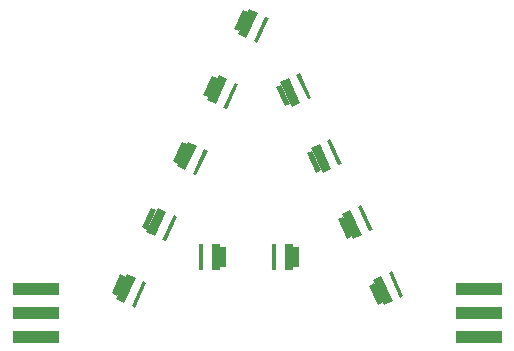
<source format=gts>
G04 #@! TF.FileFunction,Soldermask,Top*
%FSLAX46Y46*%
G04 Gerber Fmt 4.6, Leading zero omitted, Abs format (unit mm)*
G04 Created by KiCad (PCBNEW 4.0.0-rc2-stable) date 3/3/2016 3:07:13 PM*
%MOMM*%
G01*
G04 APERTURE LIST*
%ADD10C,0.150000*%
%ADD11R,0.500000X1.800000*%
%ADD12R,0.320000X2.300000*%
%ADD13R,0.800000X2.300000*%
%ADD14R,4.000000X1.000000*%
%ADD15C,0.600000*%
G04 APERTURE END LIST*
D10*
G36*
X65776097Y-24123475D02*
X66531023Y-22489435D01*
X66984923Y-22699137D01*
X66229997Y-24333177D01*
X65776097Y-24123475D01*
X65776097Y-24123475D01*
G37*
G36*
X67477769Y-25185038D02*
X68442395Y-23097097D01*
X68732891Y-23231306D01*
X67768265Y-25319247D01*
X67477769Y-25185038D01*
X67477769Y-25185038D01*
G37*
G36*
X66125147Y-24560127D02*
X67089773Y-22472187D01*
X67816013Y-22807709D01*
X66851387Y-24895649D01*
X66125147Y-24560127D01*
X66125147Y-24560127D01*
G37*
G36*
X63189047Y-29723164D02*
X63943973Y-28089124D01*
X64397873Y-28298826D01*
X63642947Y-29932866D01*
X63189047Y-29723164D01*
X63189047Y-29723164D01*
G37*
G36*
X64890719Y-30784727D02*
X65855345Y-28696786D01*
X66145841Y-28830995D01*
X65181215Y-30918936D01*
X64890719Y-30784727D01*
X64890719Y-30784727D01*
G37*
G36*
X63538097Y-30159816D02*
X64502723Y-28071876D01*
X65228963Y-28407398D01*
X64264337Y-30495338D01*
X63538097Y-30159816D01*
X63538097Y-30159816D01*
G37*
G36*
X60601997Y-35322856D02*
X61356923Y-33688816D01*
X61810823Y-33898518D01*
X61055897Y-35532558D01*
X60601997Y-35322856D01*
X60601997Y-35322856D01*
G37*
G36*
X62303669Y-36384419D02*
X63268295Y-34296478D01*
X63558791Y-34430687D01*
X62594165Y-36518628D01*
X62303669Y-36384419D01*
X62303669Y-36384419D01*
G37*
G36*
X60951047Y-35759508D02*
X61915673Y-33671568D01*
X62641913Y-34007090D01*
X61677287Y-36095030D01*
X60951047Y-35759508D01*
X60951047Y-35759508D01*
G37*
G36*
X58014937Y-40922551D02*
X58769863Y-39288511D01*
X59223763Y-39498213D01*
X58468837Y-41132253D01*
X58014937Y-40922551D01*
X58014937Y-40922551D01*
G37*
G36*
X59716609Y-41984114D02*
X60681235Y-39896173D01*
X60971731Y-40030382D01*
X60007105Y-42118323D01*
X59716609Y-41984114D01*
X59716609Y-41984114D01*
G37*
G36*
X58363987Y-41359203D02*
X59328613Y-39271263D01*
X60054853Y-39606785D01*
X59090227Y-41694725D01*
X58363987Y-41359203D01*
X58363987Y-41359203D01*
G37*
G36*
X55427883Y-46522236D02*
X56182809Y-44888196D01*
X56636709Y-45097898D01*
X55881783Y-46731938D01*
X55427883Y-46522236D01*
X55427883Y-46522236D01*
G37*
G36*
X57129555Y-47583799D02*
X58094181Y-45495858D01*
X58384677Y-45630067D01*
X57420051Y-47718008D01*
X57129555Y-47583799D01*
X57129555Y-47583799D01*
G37*
G36*
X55776933Y-46958888D02*
X56741559Y-44870948D01*
X57467799Y-45206470D01*
X56503173Y-47294410D01*
X55776933Y-46958888D01*
X55776933Y-46958888D01*
G37*
D11*
X71085150Y-43417575D03*
D12*
X69185150Y-43417649D03*
D13*
X70435150Y-43417600D03*
D11*
X64884924Y-43417819D03*
D12*
X62984924Y-43417893D03*
D13*
X64234924Y-43417844D03*
D10*
G36*
X70122901Y-30691341D02*
X69363042Y-29059589D01*
X69816307Y-28848517D01*
X70576166Y-30480269D01*
X70122901Y-30691341D01*
X70122901Y-30691341D01*
G37*
G36*
X72032430Y-30077907D02*
X71061499Y-27992891D01*
X71351588Y-27857805D01*
X72322519Y-29942821D01*
X72032430Y-30077907D01*
X72032430Y-30077907D01*
G37*
G36*
X70681702Y-30706902D02*
X69710771Y-28621885D01*
X70435994Y-28284170D01*
X71406925Y-30369187D01*
X70681702Y-30706902D01*
X70681702Y-30706902D01*
G37*
G36*
X72730201Y-36290366D02*
X71970342Y-34658614D01*
X72423607Y-34447542D01*
X73183466Y-36079294D01*
X72730201Y-36290366D01*
X72730201Y-36290366D01*
G37*
G36*
X74639730Y-35676932D02*
X73668799Y-33591916D01*
X73958888Y-33456830D01*
X74929819Y-35541846D01*
X74639730Y-35676932D01*
X74639730Y-35676932D01*
G37*
G36*
X73289002Y-36305927D02*
X72318071Y-34220910D01*
X73043294Y-33883195D01*
X74014225Y-35968212D01*
X73289002Y-36305927D01*
X73289002Y-36305927D01*
G37*
G36*
X75337501Y-41889388D02*
X74577642Y-40257636D01*
X75030907Y-40046564D01*
X75790766Y-41678316D01*
X75337501Y-41889388D01*
X75337501Y-41889388D01*
G37*
G36*
X77247030Y-41275954D02*
X76276099Y-39190938D01*
X76566188Y-39055852D01*
X77537119Y-41140868D01*
X77247030Y-41275954D01*
X77247030Y-41275954D01*
G37*
G36*
X75896302Y-41904949D02*
X74925371Y-39819932D01*
X75650594Y-39482217D01*
X76621525Y-41567234D01*
X75896302Y-41904949D01*
X75896302Y-41904949D01*
G37*
G36*
X77944797Y-47488411D02*
X77184938Y-45856659D01*
X77638203Y-45645587D01*
X78398062Y-47277339D01*
X77944797Y-47488411D01*
X77944797Y-47488411D01*
G37*
G36*
X79854326Y-46874977D02*
X78883395Y-44789961D01*
X79173484Y-44654875D01*
X80144415Y-46739891D01*
X79854326Y-46874977D01*
X79854326Y-46874977D01*
G37*
G36*
X78503598Y-47503972D02*
X77532667Y-45418955D01*
X78257890Y-45081240D01*
X79228821Y-47166257D01*
X78503598Y-47503972D01*
X78503598Y-47503972D01*
G37*
D14*
X86521140Y-50192207D03*
X86521140Y-48192207D03*
X86521140Y-46192207D03*
D15*
X85521140Y-50192207D03*
X85521140Y-48192207D03*
X85521140Y-46192207D03*
D14*
X49020840Y-46192207D03*
X49020840Y-48192207D03*
X49020840Y-50192207D03*
D15*
X50020840Y-46192207D03*
X50020840Y-48192207D03*
X50020840Y-50192207D03*
M02*

</source>
